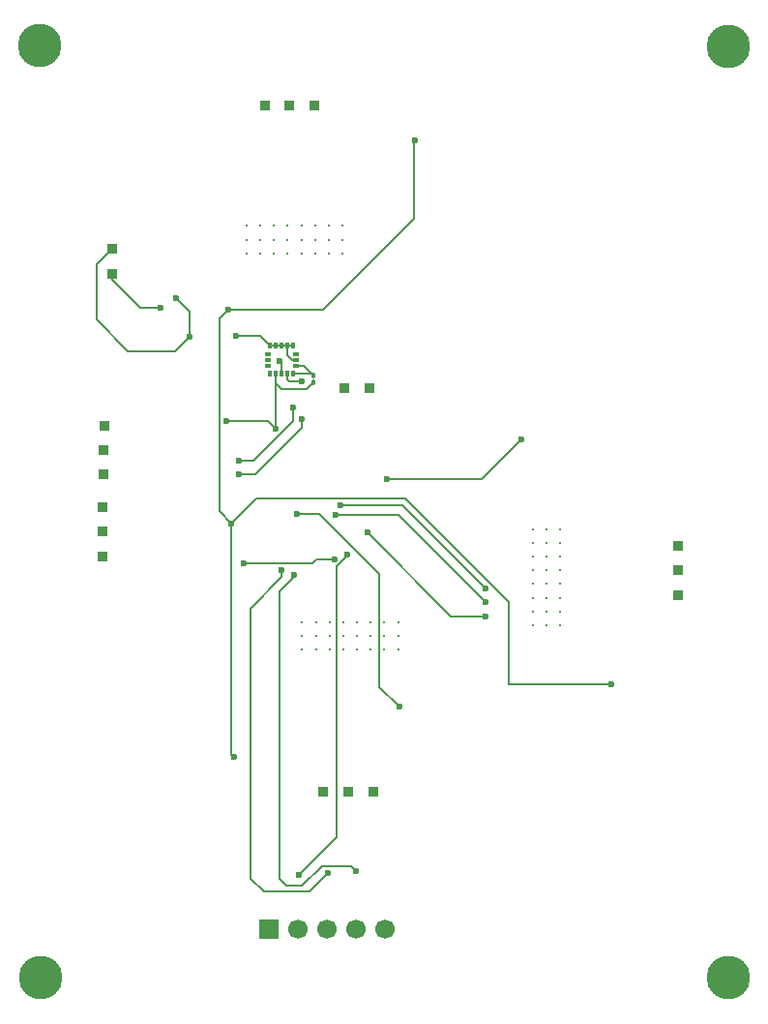
<source format=gbr>
%TF.GenerationSoftware,KiCad,Pcbnew,9.0.3*%
%TF.CreationDate,2026-01-19T22:35:58+02:00*%
%TF.ProjectId,GimbalBoard,47696d62-616c-4426-9f61-72642e6b6963,rev?*%
%TF.SameCoordinates,Original*%
%TF.FileFunction,Copper,L2,Bot*%
%TF.FilePolarity,Positive*%
%FSLAX46Y46*%
G04 Gerber Fmt 4.6, Leading zero omitted, Abs format (unit mm)*
G04 Created by KiCad (PCBNEW 9.0.3) date 2026-01-19 22:35:58*
%MOMM*%
%LPD*%
G01*
G04 APERTURE LIST*
G04 Aperture macros list*
%AMRoundRect*
0 Rectangle with rounded corners*
0 $1 Rounding radius*
0 $2 $3 $4 $5 $6 $7 $8 $9 X,Y pos of 4 corners*
0 Add a 4 corners polygon primitive as box body*
4,1,4,$2,$3,$4,$5,$6,$7,$8,$9,$2,$3,0*
0 Add four circle primitives for the rounded corners*
1,1,$1+$1,$2,$3*
1,1,$1+$1,$4,$5*
1,1,$1+$1,$6,$7*
1,1,$1+$1,$8,$9*
0 Add four rect primitives between the rounded corners*
20,1,$1+$1,$2,$3,$4,$5,0*
20,1,$1+$1,$4,$5,$6,$7,0*
20,1,$1+$1,$6,$7,$8,$9,0*
20,1,$1+$1,$8,$9,$2,$3,0*%
G04 Aperture macros list end*
%TA.AperFunction,ComponentPad*%
%ADD10C,3.800000*%
%TD*%
%TA.AperFunction,ComponentPad*%
%ADD11R,0.850000X0.850000*%
%TD*%
%TA.AperFunction,ComponentPad*%
%ADD12C,0.300000*%
%TD*%
%TA.AperFunction,ComponentPad*%
%ADD13R,1.700000X1.700000*%
%TD*%
%TA.AperFunction,ComponentPad*%
%ADD14C,1.700000*%
%TD*%
%TA.AperFunction,SMDPad,CuDef*%
%ADD15RoundRect,0.087500X0.087500X-0.187500X0.087500X0.187500X-0.087500X0.187500X-0.087500X-0.187500X0*%
%TD*%
%TA.AperFunction,SMDPad,CuDef*%
%ADD16RoundRect,0.087500X0.187500X-0.087500X0.187500X0.087500X-0.187500X0.087500X-0.187500X-0.087500X0*%
%TD*%
%TA.AperFunction,SMDPad,CuDef*%
%ADD17RoundRect,0.100000X0.100000X-0.130000X0.100000X0.130000X-0.100000X0.130000X-0.100000X-0.130000X0*%
%TD*%
%TA.AperFunction,ViaPad*%
%ADD18C,0.600000*%
%TD*%
%TA.AperFunction,Conductor*%
%ADD19C,0.200000*%
%TD*%
G04 APERTURE END LIST*
D10*
%TO.P,,1*%
%TO.N,N/C*%
X133225000Y-126650000D03*
%TD*%
D11*
%TO.P,14.8V,1,Pin_1*%
%TO.N,VIN*%
X139525000Y-65075000D03*
%TD*%
D12*
%TO.P,U6,30*%
%TO.N,N/C*%
X178750000Y-95850000D03*
%TO.P,U6,31*%
X177550000Y-95850000D03*
%TO.P,U6,32*%
X176350000Y-95850000D03*
%TO.P,U6,33*%
X178750000Y-94650000D03*
%TO.P,U6,34*%
X177550000Y-94650000D03*
%TO.P,U6,35*%
X176350000Y-94650000D03*
%TO.P,U6,36*%
X178750000Y-93450000D03*
%TO.P,U6,37*%
X177550000Y-93450000D03*
%TO.P,U6,38*%
X176350000Y-93450000D03*
%TO.P,U6,39*%
X178750000Y-92250000D03*
%TO.P,U6,40*%
X177550000Y-92250000D03*
%TO.P,U6,41*%
X176350000Y-92250000D03*
%TO.P,U6,42*%
X178750000Y-91050000D03*
%TO.P,U6,43*%
X177550000Y-91050000D03*
%TO.P,U6,44*%
X176350000Y-91050000D03*
%TO.P,U6,45*%
X178750000Y-89850000D03*
%TO.P,U6,46*%
X177550000Y-89850000D03*
%TO.P,U6,47*%
X176350000Y-89850000D03*
%TO.P,U6,48*%
X178750000Y-88650000D03*
%TO.P,U6,49*%
X177550000Y-88650000D03*
%TO.P,U6,50*%
X176350000Y-88650000D03*
%TO.P,U6,51*%
X178750000Y-87450000D03*
%TO.P,U6,52*%
X177550000Y-87450000D03*
%TO.P,U6,53*%
X176350000Y-87450000D03*
%TD*%
D10*
%TO.P,REF\u002A\u002A,1*%
%TO.N,N/C*%
X193450000Y-45225000D03*
%TD*%
D11*
%TO.P,SWDIO,1,Pin_1*%
%TO.N,Net-(J3-Pin_1)*%
X162000000Y-75125000D03*
%TD*%
%TO.P,PB9_SDA,1,Pin_1*%
%TO.N,PB9_SDA*%
X138780082Y-80525409D03*
%TD*%
%TO.P,OUT23,1,Pin_1*%
%TO.N,Net-(OUT23-Pin_1)*%
X152875000Y-50375000D03*
%TD*%
%TO.P,VOUT,1,Pin_1*%
%TO.N,VOUT*%
X138800000Y-78375000D03*
%TD*%
%TO.P,OUT22,1,Pin_1*%
%TO.N,Net-(OUT22-Pin_1)*%
X155025000Y-50350000D03*
%TD*%
%TO.P,OUT12,1,Pin_1*%
%TO.N,Net-(OUT12-Pin_1)*%
X189075000Y-91050000D03*
%TD*%
%TO.P,GND,1,Pin_1*%
%TO.N,GND*%
X138700000Y-89825000D03*
%TD*%
%TO.P,OUT02,1,Pin_1*%
%TO.N,Net-(OUT02-Pin_1)*%
X160205000Y-110425000D03*
%TD*%
D10*
%TO.P,,1*%
%TO.N,N/C*%
X193475000Y-126700000D03*
%TD*%
%TO.P,REF\u002A\u002A,1*%
%TO.N,N/C*%
X133200000Y-45175000D03*
%TD*%
D11*
%TO.P,OUT11,1,Pin_1*%
%TO.N,Net-(OUT11-Pin_1)*%
X189050000Y-93225000D03*
%TD*%
D13*
%TO.P,JoyStick,1,Pin_1*%
%TO.N,GND*%
X153200000Y-122450000D03*
D14*
%TO.P,JoyStick,2,Pin_2*%
%TO.N,VOUT*%
X155740000Y-122450000D03*
%TO.P,JoyStick,3,Pin_3*%
%TO.N,SW_STICK*%
X158280000Y-122450000D03*
%TO.P,JoyStick,4,Pin_4*%
%TO.N,Net-(JoyStick1-Pin_4)*%
X160820000Y-122450000D03*
%TO.P,JoyStick,5,Pin_5*%
%TO.N,Net-(JoyStick1-Pin_5)*%
X163360000Y-122450000D03*
%TD*%
D11*
%TO.P,SWCLK,1,Pin_1*%
%TO.N,Net-(J4-Pin_1)*%
X159875000Y-75125000D03*
%TD*%
%TO.P,GND,1,Pin_1*%
%TO.N,GND*%
X139500000Y-62925000D03*
%TD*%
%TO.P,TX,1,Pin_1*%
%TO.N,Net-(J1-Pin_1)*%
X138705082Y-85550409D03*
%TD*%
%TO.P,OUT21,1,Pin_1*%
%TO.N,Net-(OUT21-Pin_1)*%
X157175000Y-50375000D03*
%TD*%
D12*
%TO.P,U3,30*%
%TO.N,N/C*%
X156150000Y-98000000D03*
%TO.P,U3,31*%
X156150000Y-96800000D03*
%TO.P,U3,32*%
X156150000Y-95600000D03*
%TO.P,U3,33*%
X157350000Y-98000000D03*
%TO.P,U3,34*%
X157350000Y-96800000D03*
%TO.P,U3,35*%
X157350000Y-95600000D03*
%TO.P,U3,36*%
X158550000Y-98000000D03*
%TO.P,U3,37*%
X158550000Y-96800000D03*
%TO.P,U3,38*%
X158550000Y-95600000D03*
%TO.P,U3,39*%
X159750000Y-98000000D03*
%TO.P,U3,40*%
X159750000Y-96800000D03*
%TO.P,U3,41*%
X159750000Y-95600000D03*
%TO.P,U3,42*%
X160950000Y-98000000D03*
%TO.P,U3,43*%
X160950000Y-96800000D03*
%TO.P,U3,44*%
X160950000Y-95600000D03*
%TO.P,U3,45*%
X162150000Y-98000000D03*
%TO.P,U3,46*%
X162150000Y-96800000D03*
%TO.P,U3,47*%
X162150000Y-95600000D03*
%TO.P,U3,48*%
X163350000Y-98000000D03*
%TO.P,U3,49*%
X163350000Y-96800000D03*
%TO.P,U3,50*%
X163350000Y-95600000D03*
%TO.P,U3,51*%
X164550000Y-98000000D03*
%TO.P,U3,52*%
X164550000Y-96800000D03*
%TO.P,U3,53*%
X164550000Y-95600000D03*
%TD*%
D11*
%TO.P,OUT03,1,Pin_1*%
%TO.N,Net-(OUT03-Pin_1)*%
X162405000Y-110450000D03*
%TD*%
%TO.P,OUT13,1,Pin_1*%
%TO.N,Net-(OUT13-Pin_1)*%
X189050000Y-88925000D03*
%TD*%
%TO.P,RX,1,Pin_1*%
%TO.N,Net-(J2-Pin_1)*%
X138700000Y-87675000D03*
%TD*%
D12*
%TO.P,U5,30*%
%TO.N,N/C*%
X159680000Y-60925000D03*
%TO.P,U5,31*%
X159680000Y-62125000D03*
%TO.P,U5,32*%
X159680000Y-63325000D03*
%TO.P,U5,33*%
X158480000Y-60925000D03*
%TO.P,U5,34*%
X158480000Y-62125000D03*
%TO.P,U5,35*%
X158480000Y-63325000D03*
%TO.P,U5,36*%
X157280000Y-60925000D03*
%TO.P,U5,37*%
X157280000Y-62125000D03*
%TO.P,U5,38*%
X157280000Y-63325000D03*
%TO.P,U5,39*%
X156080000Y-60925000D03*
%TO.P,U5,40*%
X156080000Y-62125000D03*
%TO.P,U5,41*%
X156080000Y-63325000D03*
%TO.P,U5,42*%
X154880000Y-60925000D03*
%TO.P,U5,43*%
X154880000Y-62125000D03*
%TO.P,U5,44*%
X154880000Y-63325000D03*
%TO.P,U5,45*%
X153680000Y-60925000D03*
%TO.P,U5,46*%
X153680000Y-62125000D03*
%TO.P,U5,47*%
X153680000Y-63325000D03*
%TO.P,U5,48*%
X152480000Y-60925000D03*
%TO.P,U5,49*%
X152480000Y-62125000D03*
%TO.P,U5,50*%
X152480000Y-63325000D03*
%TO.P,U5,51*%
X151280000Y-60925000D03*
%TO.P,U5,52*%
X151280000Y-62125000D03*
%TO.P,U5,53*%
X151280000Y-63325000D03*
%TD*%
D11*
%TO.P,PB8_SCL,1,Pin_1*%
%TO.N,PB8_SCL*%
X138775000Y-82650000D03*
%TD*%
%TO.P,OUT01,1,Pin_1*%
%TO.N,Net-(OUT01-Pin_1)*%
X158005000Y-110450000D03*
%TD*%
D15*
%TO.P,U4,1,VDDIO*%
%TO.N,Net-(U4-VDD)*%
X155351750Y-73850000D03*
%TO.P,U4,2,SCL/SPC*%
%TO.N,PB8_SCL*%
X154851750Y-73850000D03*
%TO.P,U4,3,SDA/SDI*%
%TO.N,PB9_SDA*%
X154351750Y-73850000D03*
%TO.P,U4,4,SAO/SD0*%
%TO.N,VOUT*%
X153851750Y-73850000D03*
%TO.P,U4,5,~{CS}*%
%TO.N,unconnected-(U4-~{CS}-Pad5)*%
X153351750Y-73850000D03*
D16*
%TO.P,U4,6,INT*%
%TO.N,unconnected-(U4-INT-Pad6)*%
X153126750Y-73125000D03*
%TO.P,U4,7,RESV*%
%TO.N,unconnected-(U4-RESV-Pad7)*%
X153126750Y-72625000D03*
%TO.P,U4,8,FSYNC*%
%TO.N,unconnected-(U4-FSYNC-Pad8)*%
X153126750Y-72125000D03*
D15*
%TO.P,U4,9,GND*%
%TO.N,GND*%
X153351750Y-71400000D03*
%TO.P,U4,10,GND*%
X153851750Y-71400000D03*
%TO.P,U4,11,GND*%
X154351750Y-71400000D03*
%TO.P,U4,12,GND*%
X154851750Y-71400000D03*
%TO.P,U4,13,GND*%
X155351750Y-71400000D03*
D16*
%TO.P,U4,14,REGOUT*%
%TO.N,unconnected-(U4-REGOUT-Pad14)*%
X155576750Y-72125000D03*
%TO.P,U4,15,GND*%
%TO.N,GND*%
X155576750Y-72625000D03*
%TO.P,U4,16,VDD*%
%TO.N,Net-(U4-VDD)*%
X155576750Y-73125000D03*
%TD*%
D17*
%TO.P,R3,1*%
%TO.N,VOUT*%
X157151750Y-74615000D03*
%TO.P,R3,2*%
%TO.N,Net-(U4-VDD)*%
X157151750Y-73975000D03*
%TD*%
D18*
%TO.N,VOUT*%
X153825000Y-78650000D03*
X160100000Y-89675000D03*
X149500000Y-78000000D03*
X155900000Y-117675000D03*
%TO.N,TIM3_0*%
X161850000Y-87725000D03*
X172200000Y-95050000D03*
%TO.N,PB9_SDA*%
X154125000Y-72701750D03*
X155350000Y-76825000D03*
X150600000Y-81425000D03*
%TO.N,TIM3_2*%
X172200000Y-92600000D03*
X159525000Y-85350000D03*
%TO.N,TIM3_1*%
X159100000Y-86200000D03*
X172225000Y-93850000D03*
%TO.N,PB8_SCL*%
X156100000Y-74550000D03*
X156125000Y-77850000D03*
X150650000Y-82675000D03*
%TO.N,VIN*%
X143750000Y-68075000D03*
X183175000Y-100975000D03*
X150175000Y-107400000D03*
X166008008Y-53469079D03*
X149950000Y-86950000D03*
X149650000Y-68275000D03*
%TO.N,GND*%
X145100000Y-67270000D03*
X151052500Y-90447500D03*
X146275000Y-70620000D03*
X150350000Y-70500000D03*
X158950000Y-90075000D03*
%TO.N,SW_STICK*%
X154375000Y-91047500D03*
X158400000Y-117500000D03*
%TO.N,VRx*%
X155475000Y-91475000D03*
X160895000Y-117375000D03*
%TO.N,VRy*%
X155675000Y-86125000D03*
X164650000Y-103000000D03*
%TO.N,Toggle*%
X163600000Y-83050000D03*
X175325000Y-79625000D03*
%TD*%
D19*
%TO.N,VOUT*%
X160100000Y-89774943D02*
X160100000Y-89675000D01*
X156566750Y-75200000D02*
X157151750Y-74615000D01*
X155900000Y-117675000D02*
X159198943Y-114376057D01*
X153851750Y-73850000D02*
X153851750Y-78623250D01*
X153851750Y-78623250D02*
X153825000Y-78650000D01*
X153175000Y-78000000D02*
X153825000Y-78650000D01*
X159198943Y-114376057D02*
X159198943Y-90676000D01*
X153851750Y-73850000D02*
X153851750Y-74700000D01*
X153851750Y-74700000D02*
X154351750Y-75200000D01*
X154351750Y-75200000D02*
X156566750Y-75200000D01*
X149500000Y-78000000D02*
X153175000Y-78000000D01*
X159198943Y-90676000D02*
X160100000Y-89774943D01*
%TO.N,TIM3_0*%
X169175000Y-95050000D02*
X161850000Y-87725000D01*
X172200000Y-95050000D02*
X169175000Y-95050000D01*
%TO.N,PB9_SDA*%
X151900000Y-81425000D02*
X150600000Y-81425000D01*
X155350000Y-77975000D02*
X151900000Y-81425000D01*
X154351750Y-73850000D02*
X154351750Y-72928500D01*
X154351750Y-72928500D02*
X154125000Y-72701750D01*
X155350000Y-76825000D02*
X155350000Y-77975000D01*
%TO.N,TIM3_2*%
X172200000Y-92600000D02*
X164950000Y-85350000D01*
X164950000Y-85350000D02*
X159525000Y-85350000D01*
%TO.N,TIM3_1*%
X159100000Y-86200000D02*
X164550000Y-86200000D01*
X172200000Y-93850000D02*
X172225000Y-93850000D01*
X164550000Y-86200000D02*
X172200000Y-93850000D01*
%TO.N,PB8_SCL*%
X152050000Y-82675000D02*
X150650000Y-82675000D01*
X154851750Y-74351750D02*
X154975000Y-74475000D01*
X156100000Y-74550000D02*
X156025000Y-74475000D01*
X154851750Y-73850000D02*
X154851750Y-74351750D01*
X156125000Y-78600000D02*
X152150000Y-82575000D01*
X156125000Y-77850000D02*
X156125000Y-78600000D01*
X150650000Y-82675000D02*
X150625000Y-82675000D01*
X156025000Y-74475000D02*
X154975000Y-74475000D01*
X152150000Y-82575000D02*
X152050000Y-82675000D01*
%TO.N,Net-(U4-VDD)*%
X157026750Y-73850000D02*
X157151750Y-73975000D01*
X155576750Y-73125000D02*
X156301750Y-73125000D01*
X156301750Y-73125000D02*
X157151750Y-73975000D01*
X155351750Y-73850000D02*
X157026750Y-73850000D01*
%TO.N,VIN*%
X152151000Y-84749000D02*
X149950000Y-86950000D01*
X163175000Y-63100000D02*
X165950000Y-60325000D01*
X149950000Y-86950000D02*
X149950000Y-107175000D01*
X148899000Y-69026000D02*
X149650000Y-68275000D01*
X148899000Y-85899000D02*
X148899000Y-69026000D01*
X183175000Y-100975000D02*
X174250057Y-100975000D01*
X141975000Y-68075000D02*
X139525000Y-65625000D01*
X149950000Y-107175000D02*
X150175000Y-107400000D01*
X165198943Y-84749000D02*
X152151000Y-84749000D01*
X174250057Y-93800114D02*
X165198943Y-84749000D01*
X174250057Y-100975000D02*
X174250057Y-93800114D01*
X149950000Y-86950000D02*
X148899000Y-85899000D01*
X158000000Y-68275000D02*
X163175000Y-63100000D01*
X149650000Y-68275000D02*
X158000000Y-68275000D01*
X139525000Y-65625000D02*
X139525000Y-65075000D01*
X143750000Y-68075000D02*
X141975000Y-68075000D01*
X165950000Y-60325000D02*
X165950000Y-53500000D01*
%TO.N,GND*%
X153351750Y-71400000D02*
X153851750Y-71400000D01*
X138150000Y-69100000D02*
X138150000Y-64275000D01*
X138150000Y-64275000D02*
X139500000Y-62925000D01*
X158950000Y-90075000D02*
X157400000Y-90075000D01*
X155250000Y-72625000D02*
X154851750Y-72226750D01*
X154851750Y-71400000D02*
X155351750Y-71400000D01*
X154351750Y-71400000D02*
X153851750Y-71400000D01*
X140900000Y-71850000D02*
X138150000Y-69100000D01*
X145045000Y-71850000D02*
X140900000Y-71850000D01*
X157027500Y-90447500D02*
X151052500Y-90447500D01*
X155576750Y-72625000D02*
X155250000Y-72625000D01*
X154851750Y-72226750D02*
X154851750Y-71400000D01*
X146275000Y-68445000D02*
X146275000Y-70620000D01*
X157400000Y-90075000D02*
X157027500Y-90447500D01*
X152451750Y-70500000D02*
X150350000Y-70500000D01*
X146275000Y-70620000D02*
X145045000Y-71850000D01*
X153351750Y-71400000D02*
X152451750Y-70500000D01*
X145100000Y-67270000D02*
X145225000Y-67270000D01*
X145100000Y-67270000D02*
X146275000Y-68445000D01*
X154851750Y-71400000D02*
X154351750Y-71400000D01*
%TO.N,SW_STICK*%
X154375000Y-91650000D02*
X151625000Y-94400000D01*
X156775000Y-119125000D02*
X158400000Y-117500000D01*
X156775000Y-119150000D02*
X156775000Y-119125000D01*
X151625000Y-94400000D02*
X151625000Y-118000000D01*
X154375000Y-91047500D02*
X154375000Y-91650000D01*
X151625000Y-118000000D02*
X152775000Y-119150000D01*
X152775000Y-119150000D02*
X156775000Y-119150000D01*
%TO.N,VRx*%
X154125000Y-92950000D02*
X154150000Y-92925000D01*
X154725000Y-118600000D02*
X154125000Y-118000000D01*
X155475000Y-91600000D02*
X155475000Y-91475000D01*
X160895000Y-117375000D02*
X160419000Y-116899000D01*
X160419000Y-116899000D02*
X157851000Y-116899000D01*
X157851000Y-116899000D02*
X156150000Y-118600000D01*
X154125000Y-118000000D02*
X154125000Y-92950000D01*
X154150000Y-92925000D02*
X155475000Y-91600000D01*
X156150000Y-118600000D02*
X154725000Y-118600000D01*
%TO.N,VRy*%
X157650000Y-86125000D02*
X155675000Y-86125000D01*
X158200000Y-86675000D02*
X157650000Y-86125000D01*
X162899000Y-91374000D02*
X158200000Y-86675000D01*
X164650000Y-103000000D02*
X162899000Y-101249000D01*
X162899000Y-101249000D02*
X162899000Y-91374000D01*
%TO.N,Toggle*%
X171900000Y-83050000D02*
X175325000Y-79625000D01*
X163600000Y-83050000D02*
X171900000Y-83050000D01*
X175325000Y-79625000D02*
X175400000Y-79550000D01*
%TD*%
M02*

</source>
